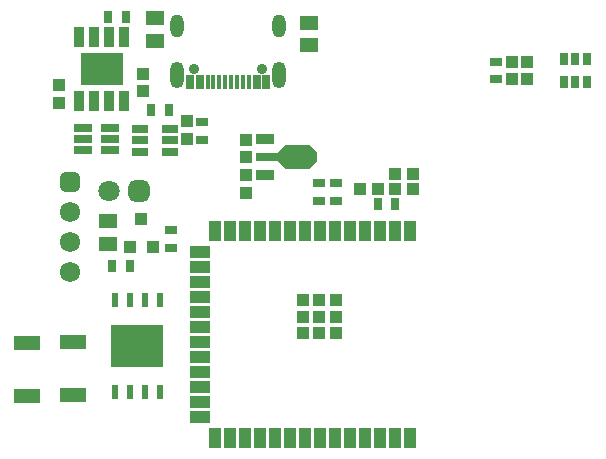
<source format=gbr>
%TF.GenerationSoftware,Altium Limited,Altium Designer,24.6.1 (21)*%
G04 Layer_Color=8388736*
%FSLAX45Y45*%
%MOMM*%
%TF.SameCoordinates,C73725EF-E552-4689-BE2B-43CAEE6025B1*%
%TF.FilePolarity,Negative*%
%TF.FileFunction,Soldermask,Top*%
%TF.Part,Single*%
G01*
G75*
%TA.AperFunction,ConnectorPad*%
%ADD45R,0.70000X1.00000*%
%TA.AperFunction,SMDPad,CuDef*%
%ADD46R,1.00000X1.00000*%
%ADD47R,2.20000X1.25000*%
%ADD48R,0.60000X1.15000*%
%ADD49R,4.50000X3.60000*%
%ADD50R,0.90000X1.72500*%
%ADD51R,3.60200X2.71300*%
%TA.AperFunction,ConnectorPad*%
%ADD52R,0.40000X1.25000*%
%ADD53R,0.70000X1.25000*%
%TA.AperFunction,SMDPad,CuDef*%
%ADD54R,1.50000X0.90000*%
%ADD55R,2.00000X0.80000*%
%ADD56R,0.80000X1.10000*%
%ADD57R,1.55000X1.20000*%
%ADD58R,1.10000X0.80000*%
%TA.AperFunction,BGAPad,CuDef*%
%ADD59R,1.10000X1.10000*%
%TA.AperFunction,SMDPad,CuDef*%
%ADD60R,1.10000X1.70000*%
%ADD61R,1.70000X1.10000*%
%ADD62R,1.60000X0.80000*%
%ADD63R,1.10000X1.00000*%
%ADD64R,1.00000X1.00000*%
%ADD65R,1.40000X0.80000*%
%TA.AperFunction,ComponentPad*%
%ADD66C,1.72000*%
G04:AMPARAMS|DCode=67|XSize=1.72mm|YSize=1.72mm|CornerRadius=0.48mm|HoleSize=0mm|Usage=FLASHONLY|Rotation=270.000|XOffset=0mm|YOffset=0mm|HoleType=Round|Shape=RoundedRectangle|*
%AMROUNDEDRECTD67*
21,1,1.72000,0.76000,0,0,270.0*
21,1,0.76000,1.72000,0,0,270.0*
1,1,0.96000,-0.38000,-0.38000*
1,1,0.96000,-0.38000,0.38000*
1,1,0.96000,0.38000,0.38000*
1,1,0.96000,0.38000,-0.38000*
%
%ADD67ROUNDEDRECTD67*%
G04:AMPARAMS|DCode=68|XSize=1.8mm|YSize=1.8mm|CornerRadius=0.5mm|HoleSize=0mm|Usage=FLASHONLY|Rotation=180.000|XOffset=0mm|YOffset=0mm|HoleType=Round|Shape=RoundedRectangle|*
%AMROUNDEDRECTD68*
21,1,1.80000,0.80000,0,0,180.0*
21,1,0.80000,1.80000,0,0,180.0*
1,1,1.00000,-0.40000,0.40000*
1,1,1.00000,0.40000,0.40000*
1,1,1.00000,0.40000,-0.40000*
1,1,1.00000,-0.40000,-0.40000*
%
%ADD68ROUNDEDRECTD68*%
%ADD69C,1.80000*%
%ADD70O,1.15000X2.25000*%
%ADD71O,1.15000X1.95000*%
%ADD72C,0.90000*%
G36*
X15546307Y8869936D02*
X15547594Y8869680D01*
X15548836Y8869259D01*
X15550011Y8868679D01*
X15551100Y8867951D01*
X15552086Y8867086D01*
X15612086Y8807086D01*
X15612950Y8806100D01*
X15613680Y8805011D01*
X15614259Y8803835D01*
X15614680Y8802594D01*
X15614935Y8801308D01*
X15615021Y8800000D01*
Y8740000D01*
X15614935Y8738692D01*
X15614680Y8737406D01*
X15614259Y8736165D01*
X15613680Y8734989D01*
X15612950Y8733899D01*
X15612086Y8732914D01*
X15552086Y8672914D01*
X15551100Y8672049D01*
X15550011Y8671321D01*
X15548836Y8670741D01*
X15547594Y8670320D01*
X15546307Y8670064D01*
X15545000Y8669979D01*
X15345000D01*
X15343692Y8670064D01*
X15342406Y8670320D01*
X15341165Y8670741D01*
X15339989Y8671321D01*
X15338899Y8672049D01*
X15337914Y8672914D01*
X15277914Y8732914D01*
X15277049Y8733899D01*
X15276321Y8734989D01*
X15275742Y8736165D01*
X15275320Y8737406D01*
X15275064Y8738692D01*
X15274979Y8740000D01*
Y8800000D01*
X15275064Y8801308D01*
X15275320Y8802594D01*
X15275742Y8803835D01*
X15276321Y8805011D01*
X15277049Y8806100D01*
X15277914Y8807086D01*
X15337914Y8867086D01*
X15338899Y8867951D01*
X15339989Y8868679D01*
X15341165Y8869259D01*
X15342406Y8869680D01*
X15343692Y8869936D01*
X15345000Y8870021D01*
X15545000D01*
X15546307Y8869936D01*
D02*
G37*
D45*
X17900000Y9600000D02*
D03*
X17800000D02*
D03*
X17700000D02*
D03*
Y9400000D02*
D03*
X17800000D02*
D03*
X17900000D02*
D03*
D46*
X17389999Y9575000D02*
D03*
Y9425000D02*
D03*
X15010001Y8915000D02*
D03*
Y8765000D02*
D03*
X15010001Y8465000D02*
D03*
Y8615000D02*
D03*
X13430000Y9375000D02*
D03*
Y9225000D02*
D03*
X14139999Y9474999D02*
D03*
Y9324999D02*
D03*
X17260001Y9425000D02*
D03*
Y9575000D02*
D03*
X14514999Y9070000D02*
D03*
Y8920000D02*
D03*
D47*
X13550000Y6757500D02*
D03*
Y7202500D02*
D03*
X13160001Y7192500D02*
D03*
Y6747500D02*
D03*
D48*
X13899500Y6783000D02*
D03*
X14026500D02*
D03*
X14153500D02*
D03*
X14280499D02*
D03*
X13899500Y7557000D02*
D03*
X14026500D02*
D03*
X14153500D02*
D03*
X14280499D02*
D03*
D49*
X14089999Y7170000D02*
D03*
D50*
X13980499Y9781200D02*
D03*
X13853500D02*
D03*
X13726500D02*
D03*
X13599500D02*
D03*
Y9238800D02*
D03*
X13726500D02*
D03*
X13853500D02*
D03*
X13980499D02*
D03*
D51*
X13789999Y9510000D02*
D03*
D52*
X14885001Y9407500D02*
D03*
X14685001D02*
D03*
X14735001D02*
D03*
X14785001D02*
D03*
X14835001D02*
D03*
X15035001D02*
D03*
X14985001D02*
D03*
X14935001D02*
D03*
D53*
X14539999D02*
D03*
X14620000D02*
D03*
X15100000D02*
D03*
X15180000D02*
D03*
D54*
X15170000Y8920000D02*
D03*
Y8620000D02*
D03*
D55*
X15195000Y8770000D02*
D03*
D56*
X13845000Y9950000D02*
D03*
X13995000D02*
D03*
X14205000Y9170000D02*
D03*
X14355000D02*
D03*
X14025000Y7850000D02*
D03*
X13875000D02*
D03*
X16275000Y8375000D02*
D03*
X16125000D02*
D03*
D57*
X14239999Y9755000D02*
D03*
Y9945000D02*
D03*
X13839999Y8035000D02*
D03*
Y8225000D02*
D03*
X15539999Y9715000D02*
D03*
Y9905000D02*
D03*
D58*
X14639999Y9065000D02*
D03*
Y8915000D02*
D03*
X15775000Y8550000D02*
D03*
Y8400000D02*
D03*
X15625000Y8550000D02*
D03*
Y8400000D02*
D03*
X17130000Y9575000D02*
D03*
Y9425000D02*
D03*
X14375000Y8000000D02*
D03*
Y8150000D02*
D03*
D59*
X15769000Y7274400D02*
D03*
X15628999D02*
D03*
X15489000D02*
D03*
Y7414400D02*
D03*
Y7554400D02*
D03*
X15628999D02*
D03*
X15769000D02*
D03*
Y7414400D02*
D03*
X15628999D02*
D03*
D60*
X16400999Y6389400D02*
D03*
X16274001D02*
D03*
X16147000D02*
D03*
X16020000D02*
D03*
X15892999D02*
D03*
X15766000D02*
D03*
X15639000D02*
D03*
X15512000D02*
D03*
X15385001D02*
D03*
X15258000D02*
D03*
X15131000D02*
D03*
X15003999D02*
D03*
X14877000D02*
D03*
X14750000D02*
D03*
Y8139400D02*
D03*
X14877000D02*
D03*
X15003999D02*
D03*
X15131000D02*
D03*
X15258000D02*
D03*
X15385001D02*
D03*
X15512000D02*
D03*
X15639000D02*
D03*
X15766000D02*
D03*
X15892999D02*
D03*
X16020000D02*
D03*
X16147000D02*
D03*
X16274001D02*
D03*
X16400999D02*
D03*
D61*
X14625000Y6565900D02*
D03*
Y6692900D02*
D03*
Y6819900D02*
D03*
Y6946900D02*
D03*
Y7073900D02*
D03*
Y7200900D02*
D03*
Y7327900D02*
D03*
Y7454900D02*
D03*
Y7581900D02*
D03*
Y7708900D02*
D03*
Y7835900D02*
D03*
Y7962900D02*
D03*
D62*
X13630000Y9015000D02*
D03*
Y8920000D02*
D03*
Y8825000D02*
D03*
X13860001Y9015000D02*
D03*
Y8920000D02*
D03*
Y8825000D02*
D03*
D63*
X14030000Y8005000D02*
D03*
X14220000D02*
D03*
X14125000Y8245000D02*
D03*
D64*
X16425000Y8500000D02*
D03*
X16275000D02*
D03*
X16425000Y8625000D02*
D03*
X16275000D02*
D03*
X15975000Y8500000D02*
D03*
X16125000D02*
D03*
D65*
X14114999Y9005000D02*
D03*
Y8910000D02*
D03*
Y8815000D02*
D03*
X14364999D02*
D03*
Y8910000D02*
D03*
Y9005000D02*
D03*
D66*
X13520000Y8306999D02*
D03*
Y8052999D02*
D03*
Y7798999D02*
D03*
D67*
Y8560999D02*
D03*
D68*
X14107001Y8480000D02*
D03*
D69*
X13853000D02*
D03*
D70*
X14428000Y9465000D02*
D03*
X15292000D02*
D03*
D71*
X14428000Y9880000D02*
D03*
X15292000D02*
D03*
D72*
X14571001Y9515000D02*
D03*
X15149001D02*
D03*
%TF.MD5,65963b2648fa9602c07b42c5d2235d27*%
M02*

</source>
